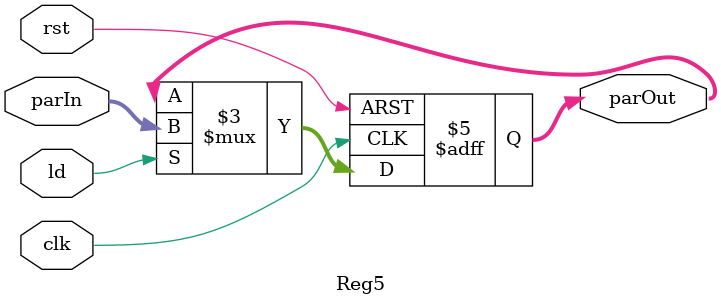
<source format=v>
`timescale 1ns/1ns
module Reg5(input clk, rst, ld, input [4:0] parIn, output reg [4:0] parOut);
    always @(posedge clk, posedge rst) begin
        if(rst) parOut = 5'b0;
        else if(ld) parOut = parIn;
        else parOut = parOut;
    end
endmodule
</source>
